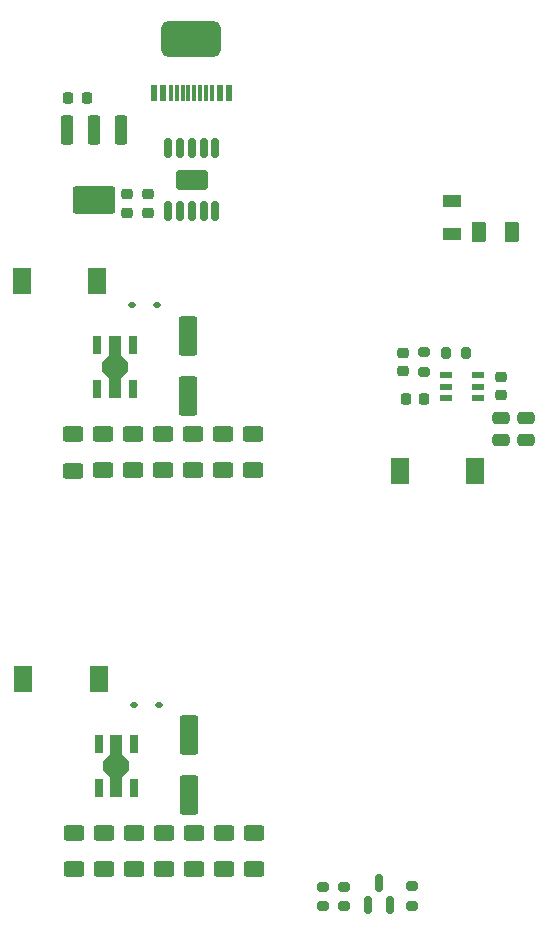
<source format=gtp>
%TF.GenerationSoftware,KiCad,Pcbnew,9.0.2*%
%TF.CreationDate,2025-05-13T17:20:56+02:00*%
%TF.ProjectId,CCFL2LED,4343464c-324c-4454-942e-6b696361645f,rev?*%
%TF.SameCoordinates,Original*%
%TF.FileFunction,Paste,Top*%
%TF.FilePolarity,Positive*%
%FSLAX46Y46*%
G04 Gerber Fmt 4.6, Leading zero omitted, Abs format (unit mm)*
G04 Created by KiCad (PCBNEW 9.0.2) date 2025-05-13 17:20:56*
%MOMM*%
%LPD*%
G01*
G04 APERTURE LIST*
G04 Aperture macros list*
%AMRoundRect*
0 Rectangle with rounded corners*
0 $1 Rounding radius*
0 $2 $3 $4 $5 $6 $7 $8 $9 X,Y pos of 4 corners*
0 Add a 4 corners polygon primitive as box body*
4,1,4,$2,$3,$4,$5,$6,$7,$8,$9,$2,$3,0*
0 Add four circle primitives for the rounded corners*
1,1,$1+$1,$2,$3*
1,1,$1+$1,$4,$5*
1,1,$1+$1,$6,$7*
1,1,$1+$1,$8,$9*
0 Add four rect primitives between the rounded corners*
20,1,$1+$1,$2,$3,$4,$5,0*
20,1,$1+$1,$4,$5,$6,$7,0*
20,1,$1+$1,$6,$7,$8,$9,0*
20,1,$1+$1,$8,$9,$2,$3,0*%
%AMFreePoly0*
4,1,17,0.500000,0.989802,1.044901,0.444901,1.063500,0.400000,1.063500,-0.400000,1.044901,-0.444901,0.500000,-0.989802,0.500000,-2.600000,-0.500000,-2.600000,-0.500000,-0.989802,-1.044901,-0.444901,-1.063500,-0.400000,-1.063500,0.400000,-1.044901,0.444901,-0.500000,0.989802,-0.500000,2.600000,0.500000,2.600000,0.500000,0.989802,0.500000,0.989802,$1*%
G04 Aperture macros list end*
%ADD10RoundRect,0.200000X-0.200000X-0.275000X0.200000X-0.275000X0.200000X0.275000X-0.200000X0.275000X0*%
%ADD11RoundRect,0.112500X0.187500X0.112500X-0.187500X0.112500X-0.187500X-0.112500X0.187500X-0.112500X0*%
%ADD12RoundRect,0.250000X0.300000X-1.000000X0.300000X1.000000X-0.300000X1.000000X-0.300000X-1.000000X0*%
%ADD13RoundRect,0.250000X1.550000X-0.920000X1.550000X0.920000X-1.550000X0.920000X-1.550000X-0.920000X0*%
%ADD14RoundRect,0.250000X0.625000X-0.400000X0.625000X0.400000X-0.625000X0.400000X-0.625000X-0.400000X0*%
%ADD15RoundRect,0.250000X-0.625000X0.400000X-0.625000X-0.400000X0.625000X-0.400000X0.625000X0.400000X0*%
%ADD16RoundRect,0.225000X0.250000X-0.225000X0.250000X0.225000X-0.250000X0.225000X-0.250000X-0.225000X0*%
%ADD17RoundRect,0.150000X0.150000X-0.590000X0.150000X0.590000X-0.150000X0.590000X-0.150000X-0.590000X0*%
%ADD18RoundRect,0.250000X0.475000X-0.250000X0.475000X0.250000X-0.475000X0.250000X-0.475000X-0.250000X0*%
%ADD19R,1.500000X2.200000*%
%ADD20RoundRect,0.225000X0.225000X0.250000X-0.225000X0.250000X-0.225000X-0.250000X0.225000X-0.250000X0*%
%ADD21RoundRect,0.250000X0.550000X-0.300000X0.550000X0.300000X-0.550000X0.300000X-0.550000X-0.300000X0*%
%ADD22RoundRect,0.250000X0.550000X-1.412500X0.550000X1.412500X-0.550000X1.412500X-0.550000X-1.412500X0*%
%ADD23R,1.003300X0.558800*%
%ADD24RoundRect,0.225000X-0.225000X-0.250000X0.225000X-0.250000X0.225000X0.250000X-0.225000X0.250000X0*%
%ADD25RoundRect,0.200000X0.275000X-0.200000X0.275000X0.200000X-0.275000X0.200000X-0.275000X-0.200000X0*%
%ADD26RoundRect,0.250000X1.080000X-0.595000X1.080000X0.595000X-1.080000X0.595000X-1.080000X-0.595000X0*%
%ADD27RoundRect,0.150000X0.150000X-0.687500X0.150000X0.687500X-0.150000X0.687500X-0.150000X-0.687500X0*%
%ADD28RoundRect,0.250000X0.375000X0.625000X-0.375000X0.625000X-0.375000X-0.625000X0.375000X-0.625000X0*%
%ADD29RoundRect,0.200000X-0.275000X0.200000X-0.275000X-0.200000X0.275000X-0.200000X0.275000X0.200000X0*%
%ADD30R,0.700000X1.500000*%
%ADD31FreePoly0,180.000000*%
%ADD32R,0.300000X1.400000*%
%ADD33R,0.500000X1.400000*%
%ADD34RoundRect,0.500000X2.000000X1.000000X-2.000000X1.000000X-2.000000X-1.000000X2.000000X-1.000000X0*%
G04 APERTURE END LIST*
D10*
%TO.C,R7*%
X78473500Y-59646500D03*
X80113500Y-59646500D03*
%TD*%
D11*
%TO.C,D1*%
X53975000Y-55596000D03*
X51875000Y-55596000D03*
%TD*%
D12*
%TO.C,U8*%
X50939000Y-40766000D03*
X48639000Y-40766000D03*
X46339000Y-40766000D03*
D13*
X48639000Y-46736000D03*
%TD*%
D14*
%TO.C,R13*%
X62230000Y-103378000D03*
X62230000Y-100278000D03*
%TD*%
D15*
%TO.C,R18*%
X49530000Y-100278000D03*
X49530000Y-103378000D03*
%TD*%
D16*
%TO.C,C23*%
X51435000Y-47788000D03*
X51435000Y-46228000D03*
%TD*%
D17*
%TO.C,Q1*%
X71821000Y-106398500D03*
X73721000Y-106398500D03*
X72771000Y-104518500D03*
%TD*%
D18*
%TO.C,C5*%
X85217000Y-67047000D03*
X85217000Y-65147000D03*
%TD*%
D15*
%TO.C,R8*%
X57023000Y-66496000D03*
X57023000Y-69596000D03*
%TD*%
D19*
%TO.C,L1*%
X42545000Y-53561500D03*
X48945000Y-53561500D03*
%TD*%
D20*
%TO.C,C3*%
X76594500Y-63583500D03*
X75034500Y-63583500D03*
%TD*%
D21*
%TO.C,D3*%
X78968600Y-49609200D03*
X78968600Y-46809200D03*
%TD*%
D15*
%TO.C,R9*%
X54495000Y-66496000D03*
X54495000Y-69596000D03*
%TD*%
%TO.C,R17*%
X52070000Y-100278000D03*
X52070000Y-103378000D03*
%TD*%
%TO.C,R14*%
X59690000Y-100278000D03*
X59690000Y-103378000D03*
%TD*%
%TO.C,R4*%
X59563000Y-66496000D03*
X59563000Y-69596000D03*
%TD*%
%TO.C,R16*%
X54610000Y-100278000D03*
X54610000Y-103378000D03*
%TD*%
D22*
%TO.C,C2*%
X56642000Y-63338000D03*
X56642000Y-58263000D03*
%TD*%
D16*
%TO.C,C1*%
X83080000Y-63220500D03*
X83080000Y-61660500D03*
%TD*%
D23*
%TO.C,U3*%
X81175000Y-63456500D03*
X81175000Y-62506499D03*
X81175000Y-61556498D03*
X78469900Y-61556498D03*
X78469900Y-62506499D03*
X78469900Y-63456500D03*
%TD*%
D24*
%TO.C,C22*%
X46460000Y-38048000D03*
X48020000Y-38048000D03*
%TD*%
D18*
%TO.C,C6*%
X83080000Y-67047000D03*
X83080000Y-65147000D03*
%TD*%
D19*
%TO.C,L2*%
X80946000Y-69679500D03*
X74546000Y-69679500D03*
%TD*%
D25*
%TO.C,R1*%
X68072000Y-106507500D03*
X68072000Y-104867500D03*
%TD*%
%TO.C,R2*%
X69850000Y-106484000D03*
X69850000Y-104844000D03*
%TD*%
D26*
%TO.C,U9*%
X56928000Y-44987500D03*
D27*
X54928000Y-47625000D03*
X55928000Y-47625000D03*
X56928000Y-47625000D03*
X57928000Y-47625000D03*
X58928000Y-47625000D03*
X58928000Y-42350000D03*
X57928000Y-42350000D03*
X56928000Y-42350000D03*
X55928000Y-42350000D03*
X54928000Y-42350000D03*
%TD*%
D22*
%TO.C,C7*%
X56728000Y-97080500D03*
X56728000Y-92005500D03*
%TD*%
D28*
%TO.C,F2*%
X84077000Y-49403000D03*
X81277000Y-49403000D03*
%TD*%
D14*
%TO.C,R3*%
X62115000Y-69596000D03*
X62115000Y-66496000D03*
%TD*%
D15*
%TO.C,R15*%
X57150000Y-100278000D03*
X57150000Y-103378000D03*
%TD*%
D16*
%TO.C,C24*%
X53213000Y-47788000D03*
X53213000Y-46228000D03*
%TD*%
D15*
%TO.C,R10*%
X51943000Y-66496000D03*
X51943000Y-69596000D03*
%TD*%
D19*
%TO.C,L3*%
X42631000Y-87304000D03*
X49031000Y-87304000D03*
%TD*%
D16*
%TO.C,C4*%
X74825000Y-61232000D03*
X74825000Y-59672000D03*
%TD*%
D29*
%TO.C,R5*%
X75565000Y-104820500D03*
X75565000Y-106460500D03*
%TD*%
D15*
%TO.C,R12*%
X46875000Y-66522000D03*
X46875000Y-69622000D03*
%TD*%
D11*
%TO.C,D2*%
X54112000Y-89480000D03*
X52012000Y-89480000D03*
%TD*%
D30*
%TO.C,U1*%
X51943000Y-59022500D03*
D31*
X50443000Y-60872500D03*
D30*
X48943000Y-59022500D03*
X48943000Y-62722500D03*
X51943000Y-62722500D03*
%TD*%
D15*
%TO.C,R19*%
X46990000Y-100278000D03*
X46990000Y-103378000D03*
%TD*%
D25*
%TO.C,R6*%
X76603000Y-61255000D03*
X76603000Y-59615000D03*
%TD*%
D32*
%TO.C,J2*%
X58144000Y-37611000D03*
X57144000Y-37611000D03*
X56644000Y-37611000D03*
X55644000Y-37611000D03*
D33*
X54494000Y-37611000D03*
X53694000Y-37611000D03*
D32*
X55144000Y-37611000D03*
X56144000Y-37611000D03*
X57644000Y-37611000D03*
X58644000Y-37611000D03*
D33*
X59294000Y-37611000D03*
X60094000Y-37611000D03*
D34*
X56894000Y-33111000D03*
%TD*%
D30*
%TO.C,U2*%
X52046000Y-92765000D03*
D31*
X50546000Y-94615000D03*
D30*
X49046000Y-92765000D03*
X49046000Y-96465000D03*
X52046000Y-96465000D03*
%TD*%
D15*
%TO.C,R11*%
X49403000Y-66496000D03*
X49403000Y-69596000D03*
%TD*%
M02*

</source>
